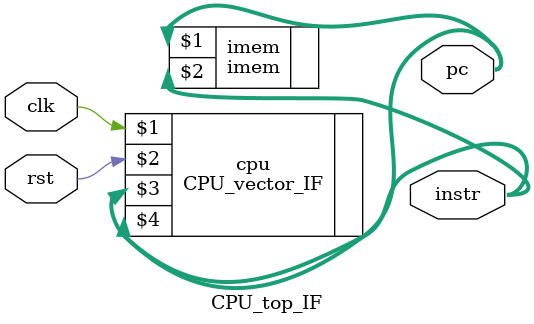
<source format=sv>
module CPU_top_IF(clk, rst, pc, instr);

	input logic clk, rst;
	
	output logic [31:0] pc;
	output logic [29:0] instr;
		
	CPU_vector_IF cpu(clk, rst, pc, instr);
	
	imem imem(pc, instr);

endmodule

</source>
